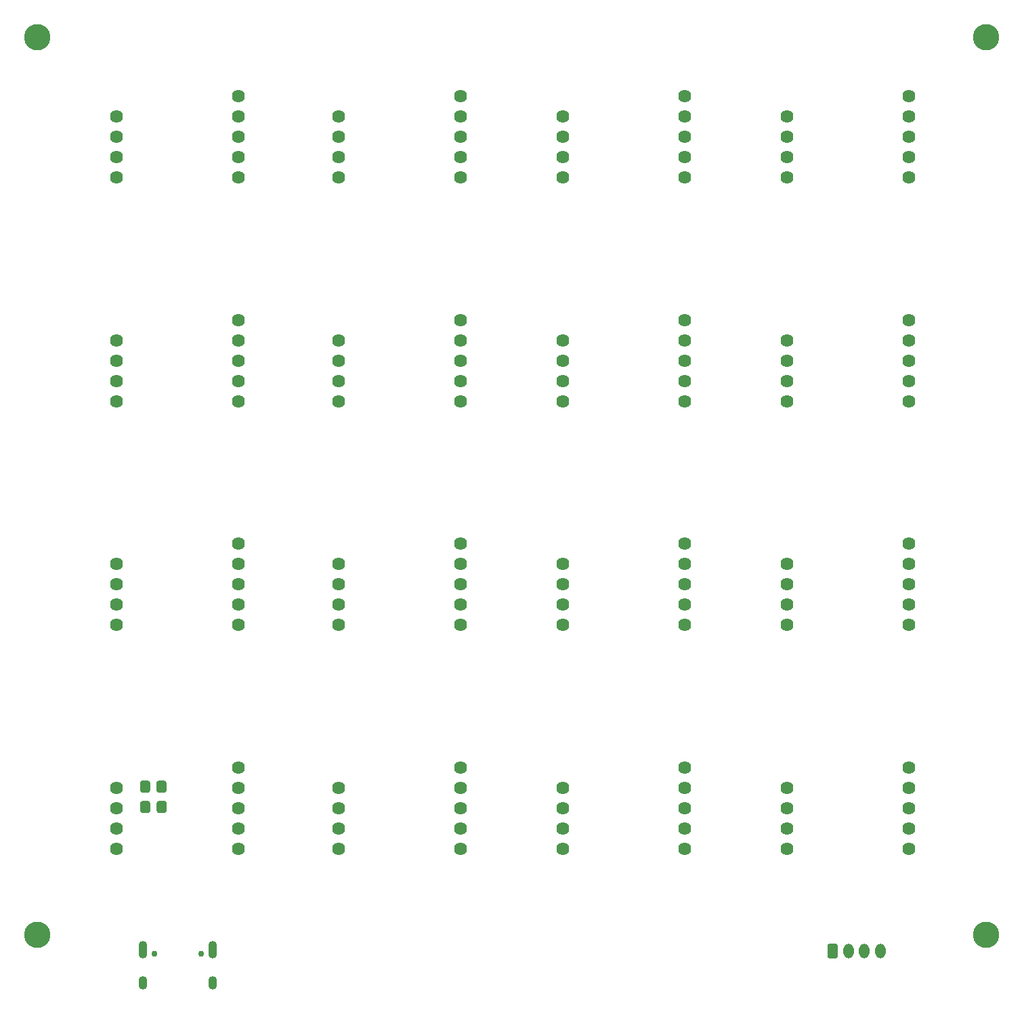
<source format=gbr>
%TF.GenerationSoftware,KiCad,Pcbnew,(5.1.6-0-10_14)*%
%TF.CreationDate,2020-09-05T22:35:40+02:00*%
%TF.ProjectId,m5matrix,6d356d61-7472-4697-982e-6b696361645f,rev?*%
%TF.SameCoordinates,Original*%
%TF.FileFunction,Soldermask,Bot*%
%TF.FilePolarity,Negative*%
%FSLAX46Y46*%
G04 Gerber Fmt 4.6, Leading zero omitted, Abs format (unit mm)*
G04 Created by KiCad (PCBNEW (5.1.6-0-10_14)) date 2020-09-05 22:35:40*
%MOMM*%
%LPD*%
G01*
G04 APERTURE LIST*
%ADD10C,3.300000*%
%ADD11O,1.300000X1.850000*%
%ADD12C,1.624000*%
%ADD13O,1.100000X2.200000*%
%ADD14C,0.750000*%
%ADD15O,1.100000X1.700000*%
G04 APERTURE END LIST*
D10*
%TO.C,H4*%
X70866000Y-153162000D03*
%TD*%
%TO.C,H3*%
X189484000Y-40894000D03*
%TD*%
%TO.C,H2*%
X189484000Y-153162000D03*
%TD*%
%TO.C,H1*%
X70866000Y-40894000D03*
%TD*%
D11*
%TO.C,J2*%
X176244000Y-155194000D03*
X174244000Y-155194000D03*
X172244000Y-155194000D03*
G36*
G01*
X169594000Y-155848168D02*
X169594000Y-154539832D01*
G75*
G02*
X169864832Y-154269000I270832J0D01*
G01*
X170623168Y-154269000D01*
G75*
G02*
X170894000Y-154539832I0J-270832D01*
G01*
X170894000Y-155848168D01*
G75*
G02*
X170623168Y-156119000I-270832J0D01*
G01*
X169864832Y-156119000D01*
G75*
G02*
X169594000Y-155848168I0J270832D01*
G01*
G37*
%TD*%
%TO.C,R4*%
G36*
G01*
X84953000Y-136681738D02*
X84953000Y-137638262D01*
G75*
G02*
X84681262Y-137910000I-271738J0D01*
G01*
X83974738Y-137910000D01*
G75*
G02*
X83703000Y-137638262I0J271738D01*
G01*
X83703000Y-136681738D01*
G75*
G02*
X83974738Y-136410000I271738J0D01*
G01*
X84681262Y-136410000D01*
G75*
G02*
X84953000Y-136681738I0J-271738D01*
G01*
G37*
G36*
G01*
X87003000Y-136681738D02*
X87003000Y-137638262D01*
G75*
G02*
X86731262Y-137910000I-271738J0D01*
G01*
X86024738Y-137910000D01*
G75*
G02*
X85753000Y-137638262I0J271738D01*
G01*
X85753000Y-136681738D01*
G75*
G02*
X86024738Y-136410000I271738J0D01*
G01*
X86731262Y-136410000D01*
G75*
G02*
X87003000Y-136681738I0J-271738D01*
G01*
G37*
%TD*%
%TO.C,R3*%
G36*
G01*
X84935000Y-134141738D02*
X84935000Y-135098262D01*
G75*
G02*
X84663262Y-135370000I-271738J0D01*
G01*
X83956738Y-135370000D01*
G75*
G02*
X83685000Y-135098262I0J271738D01*
G01*
X83685000Y-134141738D01*
G75*
G02*
X83956738Y-133870000I271738J0D01*
G01*
X84663262Y-133870000D01*
G75*
G02*
X84935000Y-134141738I0J-271738D01*
G01*
G37*
G36*
G01*
X86985000Y-134141738D02*
X86985000Y-135098262D01*
G75*
G02*
X86713262Y-135370000I-271738J0D01*
G01*
X86006738Y-135370000D01*
G75*
G02*
X85735000Y-135098262I0J271738D01*
G01*
X85735000Y-134141738D01*
G75*
G02*
X86006738Y-133870000I271738J0D01*
G01*
X86713262Y-133870000D01*
G75*
G02*
X86985000Y-134141738I0J-271738D01*
G01*
G37*
%TD*%
D12*
%TO.C,U16*%
X164592000Y-134772400D03*
X164592000Y-137312400D03*
X164592000Y-139852400D03*
X164592000Y-142392400D03*
X179832000Y-142392400D03*
X179832000Y-139852400D03*
X179832000Y-137312400D03*
X179832000Y-134772400D03*
X179832000Y-132232400D03*
%TD*%
%TO.C,U15*%
X108542666Y-134772400D03*
X108542666Y-137312400D03*
X108542666Y-139852400D03*
X108542666Y-142392400D03*
X123782666Y-142392400D03*
X123782666Y-139852400D03*
X123782666Y-137312400D03*
X123782666Y-134772400D03*
X123782666Y-132232400D03*
%TD*%
%TO.C,U14*%
X136567332Y-134772400D03*
X136567332Y-137312400D03*
X136567332Y-139852400D03*
X136567332Y-142392400D03*
X151807332Y-142392400D03*
X151807332Y-139852400D03*
X151807332Y-137312400D03*
X151807332Y-134772400D03*
X151807332Y-132232400D03*
%TD*%
%TO.C,U13*%
X164592000Y-106781600D03*
X164592000Y-109321600D03*
X164592000Y-111861600D03*
X164592000Y-114401600D03*
X179832000Y-114401600D03*
X179832000Y-111861600D03*
X179832000Y-109321600D03*
X179832000Y-106781600D03*
X179832000Y-104241600D03*
%TD*%
%TO.C,U12*%
X80710526Y-134772400D03*
X80710526Y-137312400D03*
X80710526Y-139852400D03*
X80710526Y-142392400D03*
X95950526Y-142392400D03*
X95950526Y-139852400D03*
X95950526Y-137312400D03*
X95950526Y-134772400D03*
X95950526Y-132232400D03*
%TD*%
%TO.C,U11*%
X164592000Y-78790800D03*
X164592000Y-81330800D03*
X164592000Y-83870800D03*
X164592000Y-86410800D03*
X179832000Y-86410800D03*
X179832000Y-83870800D03*
X179832000Y-81330800D03*
X179832000Y-78790800D03*
X179832000Y-76250800D03*
%TD*%
%TO.C,U10*%
X136567332Y-106781600D03*
X136567332Y-109321600D03*
X136567332Y-111861600D03*
X136567332Y-114401600D03*
X151807332Y-114401600D03*
X151807332Y-111861600D03*
X151807332Y-109321600D03*
X151807332Y-106781600D03*
X151807332Y-104241600D03*
%TD*%
%TO.C,U9*%
X164592000Y-50800000D03*
X164592000Y-53340000D03*
X164592000Y-55880000D03*
X164592000Y-58420000D03*
X179832000Y-58420000D03*
X179832000Y-55880000D03*
X179832000Y-53340000D03*
X179832000Y-50800000D03*
X179832000Y-48260000D03*
%TD*%
%TO.C,U8*%
X136567332Y-78790800D03*
X136567332Y-81330800D03*
X136567332Y-83870800D03*
X136567332Y-86410800D03*
X151807332Y-86410800D03*
X151807332Y-83870800D03*
X151807332Y-81330800D03*
X151807332Y-78790800D03*
X151807332Y-76250800D03*
%TD*%
%TO.C,U7*%
X108542666Y-106781600D03*
X108542666Y-109321600D03*
X108542666Y-111861600D03*
X108542666Y-114401600D03*
X123782666Y-114401600D03*
X123782666Y-111861600D03*
X123782666Y-109321600D03*
X123782666Y-106781600D03*
X123782666Y-104241600D03*
%TD*%
%TO.C,U6*%
X136567332Y-50800000D03*
X136567332Y-53340000D03*
X136567332Y-55880000D03*
X136567332Y-58420000D03*
X151807332Y-58420000D03*
X151807332Y-55880000D03*
X151807332Y-53340000D03*
X151807332Y-50800000D03*
X151807332Y-48260000D03*
%TD*%
%TO.C,U5*%
X108542666Y-78790800D03*
X108542666Y-81330800D03*
X108542666Y-83870800D03*
X108542666Y-86410800D03*
X123782666Y-86410800D03*
X123782666Y-83870800D03*
X123782666Y-81330800D03*
X123782666Y-78790800D03*
X123782666Y-76250800D03*
%TD*%
%TO.C,U4*%
X80710526Y-106781600D03*
X80710526Y-109321600D03*
X80710526Y-111861600D03*
X80710526Y-114401600D03*
X95950526Y-114401600D03*
X95950526Y-111861600D03*
X95950526Y-109321600D03*
X95950526Y-106781600D03*
X95950526Y-104241600D03*
%TD*%
%TO.C,U3*%
X108542666Y-50800000D03*
X108542666Y-53340000D03*
X108542666Y-55880000D03*
X108542666Y-58420000D03*
X123782666Y-58420000D03*
X123782666Y-55880000D03*
X123782666Y-53340000D03*
X123782666Y-50800000D03*
X123782666Y-48260000D03*
%TD*%
%TO.C,U2*%
X80710526Y-78790800D03*
X80710526Y-81330800D03*
X80710526Y-83870800D03*
X80710526Y-86410800D03*
X95950526Y-86410800D03*
X95950526Y-83870800D03*
X95950526Y-81330800D03*
X95950526Y-78790800D03*
X95950526Y-76250800D03*
%TD*%
%TO.C,U1*%
X80710526Y-50800000D03*
X80710526Y-53340000D03*
X80710526Y-55880000D03*
X80710526Y-58420000D03*
X95950526Y-58420000D03*
X95950526Y-55880000D03*
X95950526Y-53340000D03*
X95950526Y-50800000D03*
X95950526Y-48260000D03*
%TD*%
D13*
%TO.C,J1*%
X92712000Y-155010400D03*
X84072000Y-155010400D03*
D14*
X85502000Y-155540400D03*
D15*
X84072000Y-159190400D03*
D14*
X91282000Y-155540400D03*
D15*
X92712000Y-159190400D03*
%TD*%
M02*

</source>
